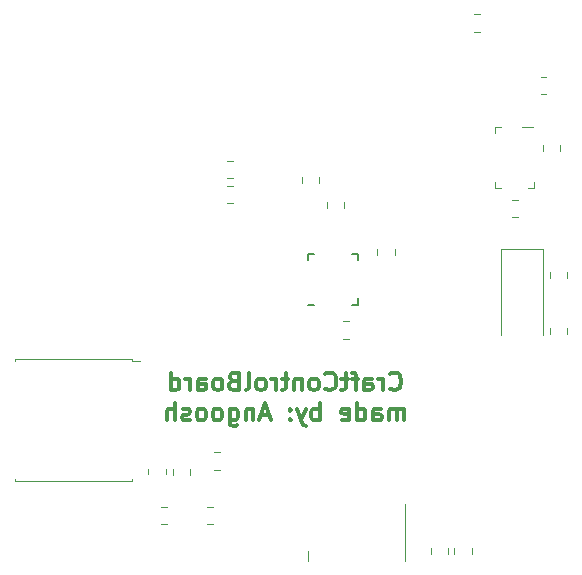
<source format=gbr>
%TF.GenerationSoftware,KiCad,Pcbnew,5.1.10*%
%TF.CreationDate,2021-06-13T21:02:57+02:00*%
%TF.ProjectId,CraftControlBoard,43726166-7443-46f6-9e74-726f6c426f61,rev?*%
%TF.SameCoordinates,Original*%
%TF.FileFunction,Legend,Bot*%
%TF.FilePolarity,Positive*%
%FSLAX46Y46*%
G04 Gerber Fmt 4.6, Leading zero omitted, Abs format (unit mm)*
G04 Created by KiCad (PCBNEW 5.1.10) date 2021-06-13 21:02:57*
%MOMM*%
%LPD*%
G01*
G04 APERTURE LIST*
%ADD10C,0.300000*%
%ADD11C,0.120000*%
%ADD12C,0.150000*%
G04 APERTURE END LIST*
D10*
X167857142Y-111260714D02*
X167928571Y-111332142D01*
X168142857Y-111403571D01*
X168285714Y-111403571D01*
X168500000Y-111332142D01*
X168642857Y-111189285D01*
X168714285Y-111046428D01*
X168785714Y-110760714D01*
X168785714Y-110546428D01*
X168714285Y-110260714D01*
X168642857Y-110117857D01*
X168500000Y-109975000D01*
X168285714Y-109903571D01*
X168142857Y-109903571D01*
X167928571Y-109975000D01*
X167857142Y-110046428D01*
X167214285Y-111403571D02*
X167214285Y-110403571D01*
X167214285Y-110689285D02*
X167142857Y-110546428D01*
X167071428Y-110475000D01*
X166928571Y-110403571D01*
X166785714Y-110403571D01*
X165642857Y-111403571D02*
X165642857Y-110617857D01*
X165714285Y-110475000D01*
X165857142Y-110403571D01*
X166142857Y-110403571D01*
X166285714Y-110475000D01*
X165642857Y-111332142D02*
X165785714Y-111403571D01*
X166142857Y-111403571D01*
X166285714Y-111332142D01*
X166357142Y-111189285D01*
X166357142Y-111046428D01*
X166285714Y-110903571D01*
X166142857Y-110832142D01*
X165785714Y-110832142D01*
X165642857Y-110760714D01*
X165142857Y-110403571D02*
X164571428Y-110403571D01*
X164928571Y-111403571D02*
X164928571Y-110117857D01*
X164857142Y-109975000D01*
X164714285Y-109903571D01*
X164571428Y-109903571D01*
X164285714Y-110403571D02*
X163714285Y-110403571D01*
X164071428Y-109903571D02*
X164071428Y-111189285D01*
X164000000Y-111332142D01*
X163857142Y-111403571D01*
X163714285Y-111403571D01*
X162357142Y-111260714D02*
X162428571Y-111332142D01*
X162642857Y-111403571D01*
X162785714Y-111403571D01*
X163000000Y-111332142D01*
X163142857Y-111189285D01*
X163214285Y-111046428D01*
X163285714Y-110760714D01*
X163285714Y-110546428D01*
X163214285Y-110260714D01*
X163142857Y-110117857D01*
X163000000Y-109975000D01*
X162785714Y-109903571D01*
X162642857Y-109903571D01*
X162428571Y-109975000D01*
X162357142Y-110046428D01*
X161500000Y-111403571D02*
X161642857Y-111332142D01*
X161714285Y-111260714D01*
X161785714Y-111117857D01*
X161785714Y-110689285D01*
X161714285Y-110546428D01*
X161642857Y-110475000D01*
X161500000Y-110403571D01*
X161285714Y-110403571D01*
X161142857Y-110475000D01*
X161071428Y-110546428D01*
X161000000Y-110689285D01*
X161000000Y-111117857D01*
X161071428Y-111260714D01*
X161142857Y-111332142D01*
X161285714Y-111403571D01*
X161500000Y-111403571D01*
X160357142Y-110403571D02*
X160357142Y-111403571D01*
X160357142Y-110546428D02*
X160285714Y-110475000D01*
X160142857Y-110403571D01*
X159928571Y-110403571D01*
X159785714Y-110475000D01*
X159714285Y-110617857D01*
X159714285Y-111403571D01*
X159214285Y-110403571D02*
X158642857Y-110403571D01*
X159000000Y-109903571D02*
X159000000Y-111189285D01*
X158928571Y-111332142D01*
X158785714Y-111403571D01*
X158642857Y-111403571D01*
X158142857Y-111403571D02*
X158142857Y-110403571D01*
X158142857Y-110689285D02*
X158071428Y-110546428D01*
X158000000Y-110475000D01*
X157857142Y-110403571D01*
X157714285Y-110403571D01*
X157000000Y-111403571D02*
X157142857Y-111332142D01*
X157214285Y-111260714D01*
X157285714Y-111117857D01*
X157285714Y-110689285D01*
X157214285Y-110546428D01*
X157142857Y-110475000D01*
X157000000Y-110403571D01*
X156785714Y-110403571D01*
X156642857Y-110475000D01*
X156571428Y-110546428D01*
X156500000Y-110689285D01*
X156500000Y-111117857D01*
X156571428Y-111260714D01*
X156642857Y-111332142D01*
X156785714Y-111403571D01*
X157000000Y-111403571D01*
X155642857Y-111403571D02*
X155785714Y-111332142D01*
X155857142Y-111189285D01*
X155857142Y-109903571D01*
X154571428Y-110617857D02*
X154357142Y-110689285D01*
X154285714Y-110760714D01*
X154214285Y-110903571D01*
X154214285Y-111117857D01*
X154285714Y-111260714D01*
X154357142Y-111332142D01*
X154500000Y-111403571D01*
X155071428Y-111403571D01*
X155071428Y-109903571D01*
X154571428Y-109903571D01*
X154428571Y-109975000D01*
X154357142Y-110046428D01*
X154285714Y-110189285D01*
X154285714Y-110332142D01*
X154357142Y-110475000D01*
X154428571Y-110546428D01*
X154571428Y-110617857D01*
X155071428Y-110617857D01*
X153357142Y-111403571D02*
X153500000Y-111332142D01*
X153571428Y-111260714D01*
X153642857Y-111117857D01*
X153642857Y-110689285D01*
X153571428Y-110546428D01*
X153500000Y-110475000D01*
X153357142Y-110403571D01*
X153142857Y-110403571D01*
X153000000Y-110475000D01*
X152928571Y-110546428D01*
X152857142Y-110689285D01*
X152857142Y-111117857D01*
X152928571Y-111260714D01*
X153000000Y-111332142D01*
X153142857Y-111403571D01*
X153357142Y-111403571D01*
X151571428Y-111403571D02*
X151571428Y-110617857D01*
X151642857Y-110475000D01*
X151785714Y-110403571D01*
X152071428Y-110403571D01*
X152214285Y-110475000D01*
X151571428Y-111332142D02*
X151714285Y-111403571D01*
X152071428Y-111403571D01*
X152214285Y-111332142D01*
X152285714Y-111189285D01*
X152285714Y-111046428D01*
X152214285Y-110903571D01*
X152071428Y-110832142D01*
X151714285Y-110832142D01*
X151571428Y-110760714D01*
X150857142Y-111403571D02*
X150857142Y-110403571D01*
X150857142Y-110689285D02*
X150785714Y-110546428D01*
X150714285Y-110475000D01*
X150571428Y-110403571D01*
X150428571Y-110403571D01*
X149285714Y-111403571D02*
X149285714Y-109903571D01*
X149285714Y-111332142D02*
X149428571Y-111403571D01*
X149714285Y-111403571D01*
X149857142Y-111332142D01*
X149928571Y-111260714D01*
X150000000Y-111117857D01*
X150000000Y-110689285D01*
X149928571Y-110546428D01*
X149857142Y-110475000D01*
X149714285Y-110403571D01*
X149428571Y-110403571D01*
X149285714Y-110475000D01*
X169035714Y-113953571D02*
X169035714Y-112953571D01*
X169035714Y-113096428D02*
X168964285Y-113025000D01*
X168821428Y-112953571D01*
X168607142Y-112953571D01*
X168464285Y-113025000D01*
X168392857Y-113167857D01*
X168392857Y-113953571D01*
X168392857Y-113167857D02*
X168321428Y-113025000D01*
X168178571Y-112953571D01*
X167964285Y-112953571D01*
X167821428Y-113025000D01*
X167750000Y-113167857D01*
X167750000Y-113953571D01*
X166392857Y-113953571D02*
X166392857Y-113167857D01*
X166464285Y-113025000D01*
X166607142Y-112953571D01*
X166892857Y-112953571D01*
X167035714Y-113025000D01*
X166392857Y-113882142D02*
X166535714Y-113953571D01*
X166892857Y-113953571D01*
X167035714Y-113882142D01*
X167107142Y-113739285D01*
X167107142Y-113596428D01*
X167035714Y-113453571D01*
X166892857Y-113382142D01*
X166535714Y-113382142D01*
X166392857Y-113310714D01*
X165035714Y-113953571D02*
X165035714Y-112453571D01*
X165035714Y-113882142D02*
X165178571Y-113953571D01*
X165464285Y-113953571D01*
X165607142Y-113882142D01*
X165678571Y-113810714D01*
X165750000Y-113667857D01*
X165750000Y-113239285D01*
X165678571Y-113096428D01*
X165607142Y-113025000D01*
X165464285Y-112953571D01*
X165178571Y-112953571D01*
X165035714Y-113025000D01*
X163750000Y-113882142D02*
X163892857Y-113953571D01*
X164178571Y-113953571D01*
X164321428Y-113882142D01*
X164392857Y-113739285D01*
X164392857Y-113167857D01*
X164321428Y-113025000D01*
X164178571Y-112953571D01*
X163892857Y-112953571D01*
X163750000Y-113025000D01*
X163678571Y-113167857D01*
X163678571Y-113310714D01*
X164392857Y-113453571D01*
X161892857Y-113953571D02*
X161892857Y-112453571D01*
X161892857Y-113025000D02*
X161750000Y-112953571D01*
X161464285Y-112953571D01*
X161321428Y-113025000D01*
X161250000Y-113096428D01*
X161178571Y-113239285D01*
X161178571Y-113667857D01*
X161250000Y-113810714D01*
X161321428Y-113882142D01*
X161464285Y-113953571D01*
X161750000Y-113953571D01*
X161892857Y-113882142D01*
X160678571Y-112953571D02*
X160321428Y-113953571D01*
X159964285Y-112953571D02*
X160321428Y-113953571D01*
X160464285Y-114310714D01*
X160535714Y-114382142D01*
X160678571Y-114453571D01*
X159392857Y-113810714D02*
X159321428Y-113882142D01*
X159392857Y-113953571D01*
X159464285Y-113882142D01*
X159392857Y-113810714D01*
X159392857Y-113953571D01*
X159392857Y-113025000D02*
X159321428Y-113096428D01*
X159392857Y-113167857D01*
X159464285Y-113096428D01*
X159392857Y-113025000D01*
X159392857Y-113167857D01*
X157607142Y-113525000D02*
X156892857Y-113525000D01*
X157750000Y-113953571D02*
X157250000Y-112453571D01*
X156750000Y-113953571D01*
X156250000Y-112953571D02*
X156250000Y-113953571D01*
X156250000Y-113096428D02*
X156178571Y-113025000D01*
X156035714Y-112953571D01*
X155821428Y-112953571D01*
X155678571Y-113025000D01*
X155607142Y-113167857D01*
X155607142Y-113953571D01*
X154250000Y-112953571D02*
X154250000Y-114167857D01*
X154321428Y-114310714D01*
X154392857Y-114382142D01*
X154535714Y-114453571D01*
X154750000Y-114453571D01*
X154892857Y-114382142D01*
X154250000Y-113882142D02*
X154392857Y-113953571D01*
X154678571Y-113953571D01*
X154821428Y-113882142D01*
X154892857Y-113810714D01*
X154964285Y-113667857D01*
X154964285Y-113239285D01*
X154892857Y-113096428D01*
X154821428Y-113025000D01*
X154678571Y-112953571D01*
X154392857Y-112953571D01*
X154250000Y-113025000D01*
X153321428Y-113953571D02*
X153464285Y-113882142D01*
X153535714Y-113810714D01*
X153607142Y-113667857D01*
X153607142Y-113239285D01*
X153535714Y-113096428D01*
X153464285Y-113025000D01*
X153321428Y-112953571D01*
X153107142Y-112953571D01*
X152964285Y-113025000D01*
X152892857Y-113096428D01*
X152821428Y-113239285D01*
X152821428Y-113667857D01*
X152892857Y-113810714D01*
X152964285Y-113882142D01*
X153107142Y-113953571D01*
X153321428Y-113953571D01*
X151964285Y-113953571D02*
X152107142Y-113882142D01*
X152178571Y-113810714D01*
X152250000Y-113667857D01*
X152250000Y-113239285D01*
X152178571Y-113096428D01*
X152107142Y-113025000D01*
X151964285Y-112953571D01*
X151750000Y-112953571D01*
X151607142Y-113025000D01*
X151535714Y-113096428D01*
X151464285Y-113239285D01*
X151464285Y-113667857D01*
X151535714Y-113810714D01*
X151607142Y-113882142D01*
X151750000Y-113953571D01*
X151964285Y-113953571D01*
X150892857Y-113882142D02*
X150750000Y-113953571D01*
X150464285Y-113953571D01*
X150321428Y-113882142D01*
X150250000Y-113739285D01*
X150250000Y-113667857D01*
X150321428Y-113525000D01*
X150464285Y-113453571D01*
X150678571Y-113453571D01*
X150821428Y-113382142D01*
X150892857Y-113239285D01*
X150892857Y-113167857D01*
X150821428Y-113025000D01*
X150678571Y-112953571D01*
X150464285Y-112953571D01*
X150321428Y-113025000D01*
X149607142Y-113953571D02*
X149607142Y-112453571D01*
X148964285Y-113953571D02*
X148964285Y-113167857D01*
X149035714Y-113025000D01*
X149178571Y-112953571D01*
X149392857Y-112953571D01*
X149535714Y-113025000D01*
X149607142Y-113096428D01*
D11*
%TO.C,Y1*%
X177200000Y-106700000D02*
X177200000Y-99450000D01*
X177200000Y-99450000D02*
X180800000Y-99450000D01*
X180800000Y-99450000D02*
X180800000Y-106700000D01*
%TO.C,U9*%
X177250000Y-89100000D02*
X176750000Y-89100000D01*
X176750000Y-89100000D02*
X176750000Y-89600000D01*
X176750000Y-93800000D02*
X176750000Y-94300000D01*
X176750000Y-94300000D02*
X177250000Y-94300000D01*
X179550000Y-94300000D02*
X180050000Y-94300000D01*
X180050000Y-94300000D02*
X180050000Y-93800000D01*
X179950000Y-89100000D02*
X179000000Y-89100000D01*
D12*
%TO.C,U5*%
X165150000Y-104150000D02*
X165150000Y-103625000D01*
X160850000Y-99850000D02*
X160850000Y-100375000D01*
X165150000Y-99850000D02*
X165150000Y-100375000D01*
X160850000Y-104150000D02*
X161375000Y-104150000D01*
X160850000Y-99850000D02*
X161375000Y-99850000D01*
X165150000Y-99850000D02*
X164625000Y-99850000D01*
X165150000Y-104150000D02*
X164625000Y-104150000D01*
D11*
%TO.C,U4*%
X145960000Y-108740000D02*
X136040000Y-108740000D01*
X145960000Y-119060000D02*
X136040000Y-119060000D01*
X136040000Y-118910000D02*
X136040000Y-119060000D01*
X145960000Y-118910000D02*
X145960000Y-119060000D01*
X136040000Y-108740000D02*
X136040000Y-108890000D01*
X145960000Y-108740000D02*
X145960000Y-108890000D01*
X146650000Y-108890000D02*
X145960000Y-108890000D01*
%TO.C,U3*%
X169110000Y-125820000D02*
X169110000Y-121000000D01*
X160890000Y-125820000D02*
X160890000Y-125000000D01*
%TO.C,R17*%
X178172936Y-96735000D02*
X178627064Y-96735000D01*
X178172936Y-95265000D02*
X178627064Y-95265000D01*
%TO.C,R15*%
X148927064Y-121265000D02*
X148472936Y-121265000D01*
X148927064Y-122735000D02*
X148472936Y-122735000D01*
%TO.C,R14*%
X152827064Y-121265000D02*
X152372936Y-121265000D01*
X152827064Y-122735000D02*
X152372936Y-122735000D01*
%TO.C,R3*%
X180572936Y-86335000D02*
X181027064Y-86335000D01*
X180572936Y-84865000D02*
X181027064Y-84865000D01*
%TO.C,R1*%
X147365000Y-118072936D02*
X147365000Y-118527064D01*
X148835000Y-118072936D02*
X148835000Y-118527064D01*
%TO.C,C23*%
X163838748Y-107035000D02*
X164361252Y-107035000D01*
X163838748Y-105565000D02*
X164361252Y-105565000D01*
%TO.C,C22*%
X163935000Y-95961252D02*
X163935000Y-95438748D01*
X162465000Y-95961252D02*
X162465000Y-95438748D01*
%TO.C,C20*%
X182835000Y-106661252D02*
X182835000Y-106138748D01*
X181365000Y-106661252D02*
X181365000Y-106138748D01*
%TO.C,C19*%
X181365000Y-101376248D02*
X181365000Y-101898752D01*
X182835000Y-101376248D02*
X182835000Y-101898752D01*
%TO.C,C18*%
X168235000Y-99961252D02*
X168235000Y-99438748D01*
X166765000Y-99961252D02*
X166765000Y-99438748D01*
%TO.C,C14*%
X160365000Y-93338748D02*
X160365000Y-93861252D01*
X161835000Y-93338748D02*
X161835000Y-93861252D01*
%TO.C,C13*%
X175461252Y-79565000D02*
X174938748Y-79565000D01*
X175461252Y-81035000D02*
X174938748Y-81035000D01*
%TO.C,C11*%
X152938748Y-118135000D02*
X153461252Y-118135000D01*
X152938748Y-116665000D02*
X153461252Y-116665000D01*
%TO.C,C10*%
X173265000Y-124738748D02*
X173265000Y-125261252D01*
X174735000Y-124738748D02*
X174735000Y-125261252D01*
%TO.C,C9*%
X154561252Y-91965000D02*
X154038748Y-91965000D01*
X154561252Y-93435000D02*
X154038748Y-93435000D01*
%TO.C,C8*%
X180765000Y-90638748D02*
X180765000Y-91161252D01*
X182235000Y-90638748D02*
X182235000Y-91161252D01*
%TO.C,C4*%
X171265000Y-124738748D02*
X171265000Y-125261252D01*
X172735000Y-124738748D02*
X172735000Y-125261252D01*
%TO.C,C3*%
X154561252Y-94065000D02*
X154038748Y-94065000D01*
X154561252Y-95535000D02*
X154038748Y-95535000D01*
%TO.C,C1*%
X149465000Y-118038748D02*
X149465000Y-118561252D01*
X150935000Y-118038748D02*
X150935000Y-118561252D01*
%TD*%
M02*

</source>
